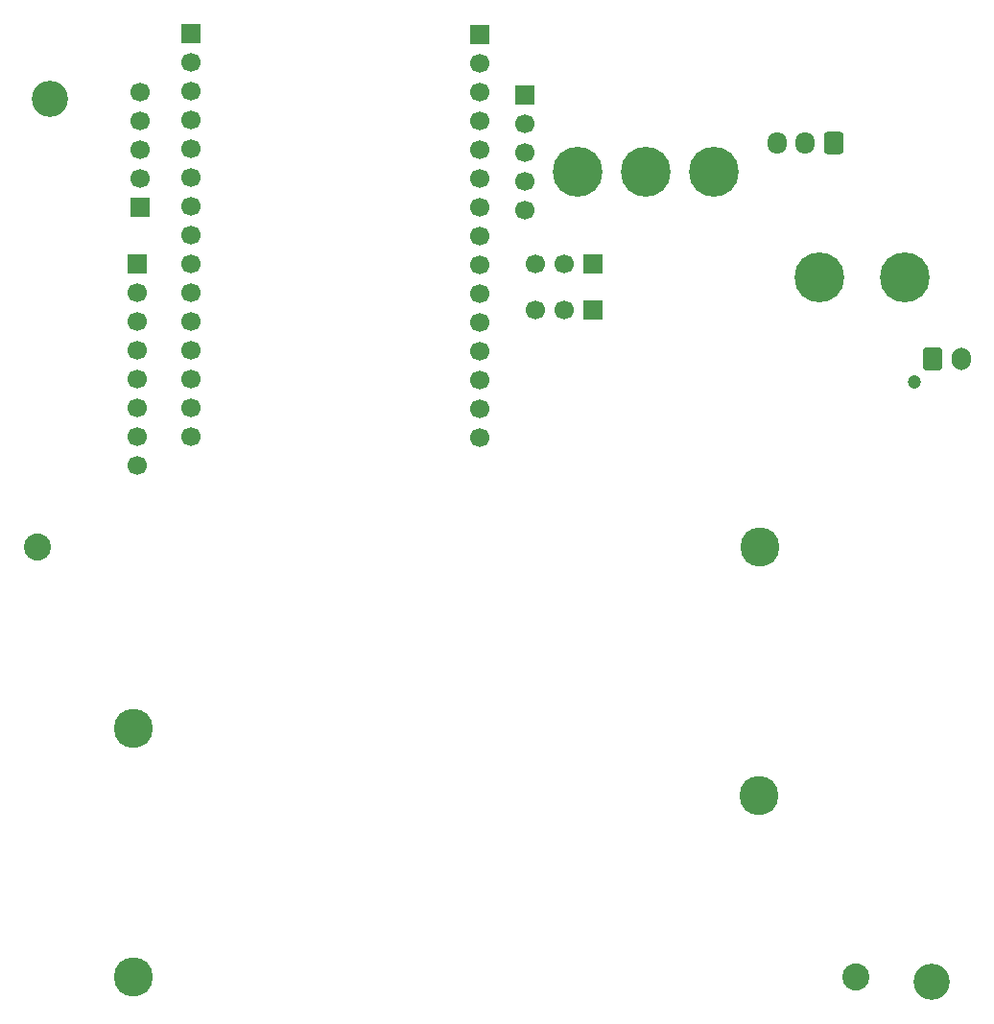
<source format=gbr>
%TF.GenerationSoftware,KiCad,Pcbnew,9.0.3*%
%TF.CreationDate,2025-12-24T22:58:55+05:30*%
%TF.ProjectId,snake_pcb_3,736e616b-655f-4706-9362-5f332e6b6963,rev?*%
%TF.SameCoordinates,Original*%
%TF.FileFunction,Soldermask,Bot*%
%TF.FilePolarity,Negative*%
%FSLAX46Y46*%
G04 Gerber Fmt 4.6, Leading zero omitted, Abs format (unit mm)*
G04 Created by KiCad (PCBNEW 9.0.3) date 2025-12-24 22:58:55*
%MOMM*%
%LPD*%
G01*
G04 APERTURE LIST*
G04 Aperture macros list*
%AMRoundRect*
0 Rectangle with rounded corners*
0 $1 Rounding radius*
0 $2 $3 $4 $5 $6 $7 $8 $9 X,Y pos of 4 corners*
0 Add a 4 corners polygon primitive as box body*
4,1,4,$2,$3,$4,$5,$6,$7,$8,$9,$2,$3,0*
0 Add four circle primitives for the rounded corners*
1,1,$1+$1,$2,$3*
1,1,$1+$1,$4,$5*
1,1,$1+$1,$6,$7*
1,1,$1+$1,$8,$9*
0 Add four rect primitives between the rounded corners*
20,1,$1+$1,$2,$3,$4,$5,0*
20,1,$1+$1,$4,$5,$6,$7,0*
20,1,$1+$1,$6,$7,$8,$9,0*
20,1,$1+$1,$8,$9,$2,$3,0*%
G04 Aperture macros list end*
%ADD10C,3.200000*%
%ADD11RoundRect,0.250000X0.600000X0.725000X-0.600000X0.725000X-0.600000X-0.725000X0.600000X-0.725000X0*%
%ADD12O,1.700000X1.950000*%
%ADD13R,1.700000X1.700000*%
%ADD14C,1.700000*%
%ADD15C,4.400000*%
%ADD16C,2.390000*%
%ADD17C,3.450000*%
%ADD18C,1.200000*%
%ADD19RoundRect,0.250000X-0.600000X-0.750000X0.600000X-0.750000X0.600000X0.750000X-0.600000X0.750000X0*%
%ADD20O,1.700000X2.000000*%
G04 APERTURE END LIST*
D10*
%TO.C,H7*%
X186050000Y-61050000D03*
%TD*%
D11*
%TO.C,J1*%
X255250000Y-64945000D03*
D12*
X252750000Y-64945000D03*
X250250000Y-64945000D03*
%TD*%
D13*
%TO.C,J6*%
X233960000Y-75620000D03*
D14*
X231420000Y-75620000D03*
X228880000Y-75620000D03*
%TD*%
D15*
%TO.C,H5*%
X261500000Y-76750000D03*
%TD*%
D16*
%TO.C,BT1*%
X184960000Y-100600000D03*
D17*
X193470000Y-116600000D03*
X248710000Y-100600000D03*
%TD*%
D13*
%TO.C,J8*%
X228025000Y-60700000D03*
D14*
X228025000Y-63240000D03*
X228025000Y-65780000D03*
X228025000Y-68320000D03*
X228025000Y-70860000D03*
%TD*%
D15*
%TO.C,H3*%
X232668353Y-67500000D03*
%TD*%
D13*
%TO.C,J7*%
X233960000Y-79620000D03*
D14*
X231420000Y-79620000D03*
X228880000Y-79620000D03*
%TD*%
D10*
%TO.C,H6*%
X263900000Y-138900000D03*
%TD*%
D15*
%TO.C,H1*%
X238668353Y-67500000D03*
%TD*%
%TO.C,H4*%
X254000000Y-76750000D03*
%TD*%
D13*
%TO.C,J5*%
X224000000Y-55340000D03*
D14*
X224000000Y-57880000D03*
X224000000Y-60420000D03*
X224000000Y-62960000D03*
X224000000Y-65500000D03*
X224000000Y-68040000D03*
X224000000Y-70580000D03*
X224000000Y-73120000D03*
X224000000Y-75660000D03*
X224000000Y-78200000D03*
X224000000Y-80740000D03*
X224000000Y-83280000D03*
X224000000Y-85820000D03*
X224000000Y-88360000D03*
X224000000Y-90900000D03*
%TD*%
D13*
%TO.C,J3*%
X194000000Y-70580000D03*
D14*
X194000000Y-68040000D03*
X194000000Y-65500000D03*
X194000000Y-62960000D03*
X194000000Y-60420000D03*
%TD*%
D16*
%TO.C,BT2*%
X257180000Y-138500000D03*
D17*
X248670000Y-122500000D03*
X193430000Y-138500000D03*
%TD*%
D13*
%TO.C,J4*%
X198500000Y-55260000D03*
D14*
X198500000Y-57800000D03*
X198500000Y-60340000D03*
X198500000Y-62880000D03*
X198500000Y-65420000D03*
X198500000Y-67960000D03*
X198500000Y-70500000D03*
X198500000Y-73040000D03*
X198500000Y-75580000D03*
X198500000Y-78120000D03*
X198500000Y-80660000D03*
X198500000Y-83200000D03*
X198500000Y-85740000D03*
X198500000Y-88280000D03*
X198500000Y-90820000D03*
%TD*%
D18*
%TO.C,J9*%
X262400000Y-86000000D03*
D19*
X264000000Y-84000000D03*
D20*
X266500000Y-84000000D03*
%TD*%
D13*
%TO.C,J2*%
X193750000Y-75590000D03*
D14*
X193750000Y-78130000D03*
X193750000Y-80670000D03*
X193750000Y-83210000D03*
X193750000Y-85750000D03*
X193750000Y-88290000D03*
X193750000Y-90830000D03*
X193750000Y-93370000D03*
%TD*%
D15*
%TO.C,H2*%
X244668353Y-67500000D03*
%TD*%
M02*

</source>
